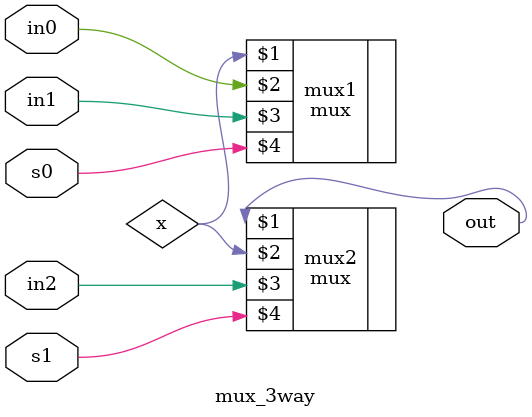
<source format=v>
module mux_3way(out,in0,in1,in2,s0,s1);

output out;
input in0,in1,in2,s0,s1;

wire x;

mux mux1(x,in0,in1,s0);
mux mux2(out,x,in2,s1);

endmodule


</source>
